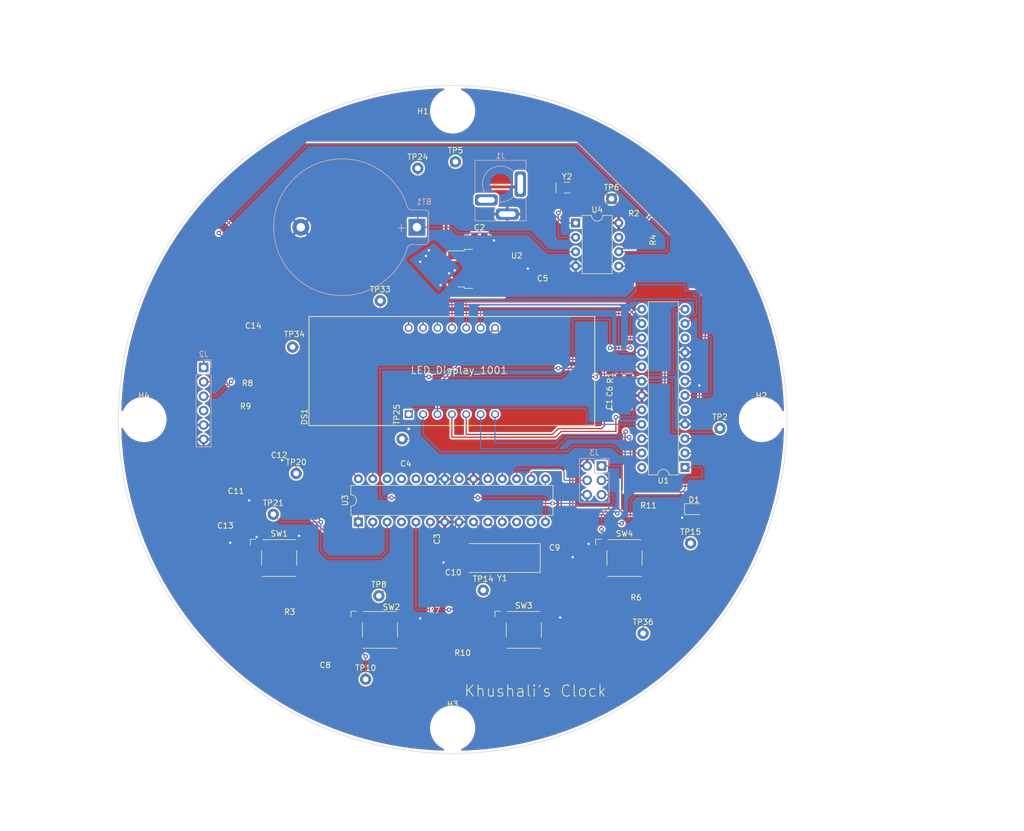
<source format=kicad_pcb>
(kicad_pcb (version 20211014) (generator pcbnew)
  (layers (0 "F.Cu" signal) (31 "B.Cu" signal) (34 "B.Paste" user) (35 "F.Paste" user) (36 "B.SilkS" user "B.Silkscreen") (37 "F.SilkS" user "F.Silkscreen") (38 "B.Mask" user) (39 "F.Mask" user) (44 "Edge.Cuts" user))
  (net 0 "")
  (net 1 "Net-(BT1-Pad1)")
  (net 2 "GND")
  (net 3 "VCC")
  (net 4 "Net-(J1-Pad1)")
  (net 5 "Net-(C4-Pad1)")
  (net 6 "Net-(C9-Pad1)")
  (net 7 "Net-(C10-Pad1)")
  (net 8 "RESET")
  (net 9 "Net-(C14-Pad2)")
  (net 10 "Net-(D1-Pad2)")
  (net 11 "Net-(DS1-Pad1)")
  (net 12 "Net-(DS1-Pad2)")
  (net 13 "Net-(DS1-Pad3)")
  (net 14 "Net-(DS1-Pad4)")
  (net 15 "Net-(DS1-Pad5)")
  (net 16 "DIG-0-L")
  (net 17 "COLON-L")
  (net 18 "Net-(DS1-Pad9)")
  (net 19 "DIG-1-L")
  (net 20 "DIG-2-L")
  (net 21 "Net-(DS1-Pad12)")
  (net 22 "Net-(DS1-Pad13)")
  (net 23 "DIG-3-L")
  (net 26 "Net-(J2-Pad3)")
  (net 27 "Net-(J2-Pad2)")
  (net 28 "Net-(R1-Pad2)")
  (net 29 "Net-(R3-Pad2)")
  (net 30 "SDA")
  (net 31 "SCL")
  (net 32 "Net-(R7-Pad2)")
  (net 33 "Uart_TX")
  (net 34 "Uart_RX")
  (net 35 "Net-(R10-Pad2)")
  (net 46 "Net-(U4-Pad1)")
  (net 47 "Net-(U4-Pad2)")
  (net 49 "MISO")
  (net 50 "LED_SCK")
  (net 51 "MOSI")
  (net 52 "DIS_DIN")
  (net 53 "DIS_CLK")
  (net 54 "DIS_LOAD")
  (footprint "footprints:MountingHole_3.2mm_M3" (layer "F.Cu") (at 95.5 100)
    (fp_text reference "H4")
    (fp_text value "MountingHole")
  )
  (footprint "footprints:TestPoint_THTPad_D2.0mm_Drill1.0mm" (layer "F.Cu") (at 155.3972 130.1496)
    (fp_text reference "TP14")
    (fp_text value "TestPoint")
  )
  (footprint "footprints:C_0805_2012Metric" (layer "F.Cu") (at 154.725 67.7418)
    (fp_text reference "C2")
    (fp_text value "C_0805_1uf")
  )
  (footprint "footprints:TestPoint_THTPad_D2.0mm_Drill1.0mm" (layer "F.Cu") (at 183.6166 137.7696)
    (fp_text reference "TP36")
    (fp_text value "TestPoint")
  )
  (footprint "footprints:R_0805_2012Metric" (layer "F.Cu") (at 182.665 68.3768)
    (fp_text reference "R4")
    (fp_text value "R_0805_4.7K")
  )
  (footprint "footprints:DIP-8_W7.62mm" (layer "F.Cu") (at 171.704 65.288)
    (fp_text reference "U4")
    (fp_text value "DS1307_DIP-8")
  )
  (footprint "footprints:SW_SPST_Omron_B3FS-100xP" (layer "F.Cu") (at 180.34 124.46)
    (fp_text reference "SW4")
    (fp_text value "Omron_B3F_SPST")
  )
  (footprint "footprints:R_0805_2012Metric" (layer "F.Cu") (at 184.57 116.84)
    (fp_text reference "R11")
    (fp_text value "R_0805_2.2K")
  )
  (footprint "footprints:DIP-28_W7.62mm" (layer "F.Cu") (at 133.36 118.1 90)
    (fp_text reference "U3")
    (fp_text value "ATmega328-PU")
  )
  (footprint "footprints:C_0805_2012Metric" (layer "F.Cu") (at 180.1622 94.996 180)
    (fp_text reference "C6")
    (fp_text value "C_0805_10uf")
  )
  (footprint "footprints:Crystal_SMD_2Pin_3.2x1.5mm" (layer "F.Cu") (at 170.18 59.055)
    (fp_text reference "Y2")
    (fp_text value "Crystal_32768Hz")
  )
  (footprint "footprints:C_0805_2012Metric" (layer "F.Cu") (at 141.732 106.172 180)
    (fp_text reference "C4")
    (fp_text value "C_0805_0.1uf")
  )
  (footprint "footprints:C_0805_2012Metric" (layer "F.Cu") (at 149.645 120.8532)
    (fp_text reference "C3")
    (fp_text value "C_0805_0.1uf")
  )
  (footprint "footprints:TestPoint_THTPad_D2.0mm_Drill1.0mm" (layer "F.Cu") (at 191.9986 121.8438)
    (fp_text reference "TP15")
    (fp_text value "TestPoint")
  )
  (footprint "footprints:Crystal_SMD_HC49-SD" (layer "F.Cu") (at 158.75 124.46 180)
    (fp_text reference "Y1")
    (fp_text value "Crystal_16MHz")
  )
  (footprint "footprints:R_0805_2012Metric" (layer "F.Cu") (at 151.765 142.875)
    (fp_text reference "R10")
    (fp_text value "R_0805_10K")
  )
  (footprint "footprints:R_0805_2012Metric" (layer "F.Cu") (at 146.812 132.08 180)
    (fp_text reference "R7")
    (fp_text value "R_0805_10K")
  )
  (footprint "footprints:TestPoint_THTPad_D2.0mm_Drill1.0mm" (layer "F.Cu") (at 118.3386 116.7384)
    (fp_text reference "TP21")
    (fp_text value "TestPoint")
  )
  (footprint "footprints:TestPoint_THTPad_D2.0mm_Drill1.0mm" (layer "F.Cu") (at 122.3772 109.5248)
    (fp_text reference "TP20")
    (fp_text value "TestPoint")
  )
  (footprint "footprints:TestPoint_THTPad_D2.0mm_Drill1.0mm" (layer "F.Cu") (at 134.6454 145.8722)
    (fp_text reference "TP10")
    (fp_text value "TestPoint")
  )
  (footprint "footprints:LED_0805_2012Metric" (layer "F.Cu") (at 192.6105 115.824)
    (fp_text reference "D1")
    (fp_text value "LED_0805")
  )
  (footprint "footprints:TestPoint_THTPad_D2.0mm_Drill1.0mm" (layer "F.Cu") (at 136.9822 131.1402)
    (fp_text reference "TP8")
    (fp_text value "TestPoint")
  )
  (footprint "footprints:SW_SPST_Omron_B3FS-100xP" (layer "F.Cu") (at 119.38 124.46)
    (fp_text reference "SW1")
    (fp_text value "Omron_B3F_SPST")
  )
  (footprint "footprints:C_0805_2012Metric" (layer "F.Cu") (at 111.76 114.3)
    (fp_text reference "C11")
    (fp_text value "C_0805_1uf")
  )
  (footprint "footprints:MountingHole_3.2mm_M3" (layer "F.Cu") (at 204.5 100)
    (fp_text reference "H2")
    (fp_text value "MountingHole")
  )
  (footprint "footprints:C_0805_2012Metric" (layer "F.Cu") (at 127.508 141.732 180)
    (fp_text reference "C8")
    (fp_text value "C_0805_1uf")
  )
  (footprint "footprints:R_0805_2012Metric" (layer "F.Cu") (at 182.3466 65.3288)
    (fp_text reference "R2")
    (fp_text value "R_0805_4.7K")
  )
  (footprint "footprints:SW_SPST_Omron_B3FS-100xP" (layer "F.Cu") (at 137.16 137.16)
    (fp_text reference "SW2")
    (fp_text value "Omron_B3F_SPST")
  )
  (footprint "footprints:MountingHole_3.2mm_M3" (layer "F.Cu") (at 150 154.5)
    (fp_text reference "H3")
    (fp_text value "MountingHole")
  )
  (footprint "footprints:SW_SPST_Omron_B3FS-100xP" (layer "F.Cu") (at 162.56 137.16)
    (fp_text reference "SW3")
    (fp_text value "Omron_B3F_SPST")
  )
  (footprint "footprints:TestPoint_THTPad_D2.0mm_Drill1.0mm" (layer "F.Cu") (at 197.1802 101.5492)
    (fp_text reference "TP2")
    (fp_text value "TestPoint")
  )
  (footprint "footprints:C_0805_2012Metric" (layer "F.Cu") (at 149.8092 124.3702 -90)
    (fp_text reference "C10")
    (fp_text value "C_0805_22pf")
  )
  (footprint "footprints:MountingHole_3.2mm_M3" (layer "F.Cu") (at 150 45.5)
    (fp_text reference "H1")
    (fp_text value "MountingHole")
  )
  (footprint "footprints:TestPoint_THTPad_D2.0mm_Drill1.0mm" (layer "F.Cu") (at 178.054 61.0108)
    (fp_text reference "TP6")
    (fp_text value "TestPoint")
  )
  (footprint "footprints:C_0805_2012Metric" (layer "F.Cu") (at 114.808 81.788 180)
    (fp_text reference "C14")
    (fp_text value "C_0805_0.1uf")
  )
  (footprint "footprints:TestPoint_THTPad_D2.0mm_Drill1.0mm" (layer "F.Cu") (at 143.8402 55.626)
    (fp_text reference "TP24")
    (fp_text value "TestPoint")
  )
  (footprint "footprints:TO-252-2" (layer "F.Cu") (at 154.515 73.4)
    (fp_text reference "U2")
    (fp_text value "L7805")
  )
  (footprint "footprints:R_0805_2012Metric" (layer "F.Cu") (at 180.252 92.7608)
    (fp_text reference "R1")
    (fp_text value "R_0805_22K")
  )
  (footprint "footprints:R_0805_2012Metric" (layer "F.Cu") (at 121.246 135.636)
    (fp_text reference "R3")
    (fp_text value "R_0805_10K")
  )
  (footprint "footprints:R_0805_2012Metric" (layer "F.Cu") (at 113.792 91.948 180)
    (fp_text reference "R8")
    (fp_text value "R_0805_47")
  )
  (footprint "footprints:R_0805_2012Metric" (layer "F.Cu") (at 182.372 133.096)
    (fp_text reference "R6")
    (fp_text value "R_0805_10K")
  )
  (footprint "footprints:TestPoint_THTPad_D2.0mm_Drill1.0mm" (layer "F.Cu") (at 121.7422 87.1982)
    (fp_text reference "TP34")
    (fp_text value "TestPoint")
  )
  (footprint "footprints:C_0805_2012Metric" (layer "F.Cu") (at 180.086 97.409 180)
    (fp_text reference "C1")
    (fp_text value "C_0805_0.1uf")
  )
  (footprint "footprints:Adafruit-1001-0-0-MFG" (layer "F.Cu") (at 149.86 91.44 90)
    (fp_text reference "DS1")
    (fp_text value "LED_Display_1001")
  )
  (footprint "footprints:C_0805_2012Metric" (layer "F.Cu") (at 109.894 120.396)
    (fp_text reference "C13")
    (fp_text value "C_0805_1uf")
  )
  (footprint "footprints:TestPoint_THTPad_D2.0mm_Drill1.0mm" (layer "F.Cu") (at 150.495 54.483)
    (fp_text reference "TP5")
    (fp_text value "TestPoint")
  )
  (footprint "footprints:DIP-24_W7.62mm" (layer "F.Cu") (at 191.008 108.463 180)
    (fp_text reference "U1")
    (fp_text value "MAX7219")
  )
  (footprint "footprints:C_0805_2012Metric" (layer "F.Cu") (at 119.38 104.648 180)
    (fp_text reference "C12")
    (fp_text value "C_0805_0.1uf")
  )
  (footprint "footprints:TestPoint_THTPad_D2.0mm_Drill1.0mm" (layer "F.Cu") (at 141.0716 103.4288)
    (fp_text reference "TP25")
    (fp_text value "TestPoint")
  )
  (footprint "footprints:C_0805_2012Metric" (layer "F.Cu") (at 162.9918 75.6412)
    (fp_text reference "C5")
    (fp_text value "C_0805_0.1uf")
  )
  (footprint "footprints:TestPoint_THTPad_D2.0mm_Drill1.0mm" (layer "F.Cu") (at 137.2362 79.0194)
    (fp_text reference "TP33")
    (fp_text value "TestPoint")
  )
  (footprint "footprints:R_0805_2012Metric" (layer "F.Cu") (at 113.45 96.012 180)
    (fp_text reference "R9")
    (fp_text value "R_0805_47")
  )
  (footprint "footprints:C_0805_2012Metric" (layer "F.Cu") (at 167.9956 124.2822)
    (fp_text reference "C9")
    (fp_text value "C_0805_22pf")
  )
  (footprint "footprints:PinHeader_2x03_P2.54mm_Vertical" (layer "B.Cu") (at 176.276 108.204 180)
    (fp_text reference "J3")
    (fp_text value "Conn_02x03_Odd_Even")
  )
  (footprint "footprints:Wurth-694106402002" (layer "B.Cu") (at 158.44 58.42 180)
    (fp_text reference "J1")
    (fp_text value "Power_inlet_vertical" hide)
  )
  (footprint "footprints:BatteryHolder_Keystone_106_1x20mm" (layer "B.Cu") (at 143.693686 66.040017 180)
    (fp_text reference "BT1")
    (fp_text value "Battery_Cell")
  )
  (footprint "footprints:PinHeader_1x06_P2.54mm_Vertical" (layer "B.Cu") (at 106.045 90.805 180)
    (fp_text reference "J2")
    (fp_text value "Conn_01x06")
  )
  (gr_circle locked (center 150 100) (end 209 100) (layer "Edge.Cuts") (width 0.1) (fill none))
  (gr_text "Khushali's Clock" (at 164.592 147.955) (layer "F.SilkS") (effects (font (size 2 2))))
  (segment (start 143.8402 65.893503) (end 143.693686 66.040017) (width 0.2032) (layer "F.Cu") (net 1))
  (segment (start 143.8402 55.626) (end 143.8402 65.893503) (width 0.2032) (layer "F.Cu") (net 1))
  (segment (start 143.693686 66.040017) (end 149.860017 66.040017) (width 0.2032) (layer "B.Cu") (net 1))
  (segment (start 150.876 67.056) (end 163.576 67.056) (width 0.2032) (layer "B.Cu") (net 1))
  (segment (start 149.860017 66.040017) (end 150.876 67.056) (width 0.2032) (layer "B.Cu") (net 1))
  (segment (start 166.888 70.368) (end 171.968 70.368) (width 0.2032) (layer "B.Cu") (net 1))
  (segment (start 163.576 67.056) (end 166.888 70.368) (width 0.2032) (layer "B.Cu") (net 1))
  (segment (start 149.8092 125.2202) (end 148.414 125.2202) (width 0.2032) (layer "F.Cu") (net 2))
  (segment (start 173.8376 122.1486) (end 174.0154 121.9708) (width 0.2032) (layer "F.Cu") (net 2))
  (segment (start 115.38 122.21) (end 115.38 120.7384) (width 0.2032) (layer "F.Cu") (net 2))
  (segment (start 126.658 141.412) (end 126.658 141.732) (width 0.2032) (layer "F.Cu") (net 2))
  (segment (start 141.224 108.204) (end 148.336 108.204) (width 0.2032) (layer "F.Cu") (net 2))
  (segment (start 179.3122 94.996) (end 179.3122 97.3328) (width 0.2032) (layer "F.Cu") (net 2))
  (segment (start 120.23 106.846) (end 120.23 104.648) (width 0.2032) (layer "F.Cu") (net 2))
  (segment (start 163.8418 73.9258) (end 163.2712 73.3552) (width 0.2032) (layer "F.Cu") (net 2))
  (segment (start 150.495 120.8532) (end 150.495 118.745) (width 0.2032) (layer "F.Cu") (net 2))
  (segment (start 150.495 118.745) (end 151.14 118.1) (width 0.2032) (layer "F.Cu") (net 2))
  (segment (start 168.9206 134.91) (end 168.9862 134.9756) (width 0.2032) (layer "F.Cu") (net 2))
  (segment (start 148.6 108.468) (end 148.6 110.48) (width 0.2032) (layer "F.Cu") (net 2))
  (segment (start 140.882 107.862) (end 141.224 108.204) (width 0.2032) (layer "F.Cu") (net 2))
  (segment (start 190.5 116.997) (end 190.5 117.348) (width 0.2032) (layer "F.Cu") (net 2))
  (segment (start 140.882 106.172) (end 140.882 107.862) (width 0.2032) (layer "F.Cu") (net 2))
  (segment (start 158.56 134.91) (end 166.56 134.91) (width 0.2032) (layer "F.Cu") (net 2))
  (segment (start 163.8418 75.6412) (end 163.8418 73.9258) (width 0.2032) (layer "F.Cu") (net 2))
  (segment (start 122.8852 120.5484) (end 122.8852 121.7152) (width 0.2032) (layer "F.Cu") (net 2))
  (segment (start 193.548 100.584) (end 193.289 100.843) (width 0.2032) (layer "F.Cu") (net 2))
  (segment (start 178.943 97.409) (end 178.1048 98.2472) (width 0.2032) (layer "F.Cu") (net 2))
  (segment (start 163.2264 73.4) (end 163.2712 73.3552) (width 0.2032) (layer "F.Cu") (net 2))
  (segment (start 119.888 107.188) (end 120.23 106.846) (width 0.2032) (layer "F.Cu") (net 2))
  (segment (start 133.16 134.91) (end 141.16 134.91) (width 0.2032) (layer "F.Cu") (net 2))
  (segment (start 141.16 134.91) (end 144.054 134.91) (width 0.2032) (layer "F.Cu") (net 2))
  (segment (start 144.054 134.91) (end 144.272 135.128) (width 0.2032) (layer "F.Cu") (net 2))
  (segment (start 148.414 125.2202) (end 148.3868 125.2474) (width 0.2032) (layer "F.Cu") (net 2))
  (segment (start 148.336 108.204) (end 148.6 108.468) (width 0.2032) (layer "F.Cu") (net 2))
  (segment (start 115.38 120.7384) (end 115.3922 120.7262) (width 0.2032) (layer "F.Cu") (net 2))
  (segment (start 133.16 134.91) (end 126.658 141.412) (width 0.2032) (layer "F.Cu") (net 2))
  (segment (start 166.56 134.91) (end 168.9206 134.91) (width 0.2032) (layer "F.Cu") (net 2))
  (segment (start 179.3122 97.3328) (end 179.236 97.409) (width 0.2032) (layer "F.Cu") (net 2))
  (segment (start 171.1706 124.2822) (end 171.196 124.3076) (width 0.2032) (layer "F.Cu") (net 2))
  (segment (start 112.61 114.3) (end 114.0714 114.3) (width 0.2032) (layer "F.Cu") (net 2))
  (segment (start 173.899 122.21) (end 173.8376 122.1486) (width 0.2032) (layer "F.Cu") (net 2))
  (segment (start 155.575 67.7418) (end 156.6672 67.7418) (width 0.2032) (layer "F.Cu") (net 2))
  (segment (start 191.673 115.824) (end 190.5 116.997) (width 0.2032) (layer "F.Cu") (net 2))
  (segment (start 156.6672 67.7418) (end 157.3022 68.3768) (width 0.2032) (layer "F.Cu") (net 2))
  (segment (start 110.744 120.396) (end 110.744 121.7676) (width 0.2032) (layer "F.Cu") (net 2))
  (segment (start 193.289 100.843) (end 191.008 100.843) (width 0.2032) (layer "F.Cu") (net 2))
  (segment (start 193.548 93.98) (end 193.548 100.584) (width 0.2032) (layer "F.Cu") (net 2))
  (segment (start 156.615003 73.400006) (end 163.226394 73.400006) (width 0.508) (layer "F.Cu") (net 2))
  (segment (start 176.34 122.21) (end 173.899 122.21) (width 0.2032) (layer "F.Cu") (net 2))
  (segment (start 179.236 97.409) (end 178.943 97.409) (width 0.2032) (layer "F.Cu") (net 2))
  (segment (start 168.8456 124.2822) (end 171.1706 124.2822) (width 0.2032) (layer "F.Cu") (net 2))
  (segment (start 122.8852 121.7152) (end 123.38 122.21) (width 0.2032) (layer "F.Cu") (net 2))
  (segment (start 176.34 122.21) (end 184.34 122.21) (width 0.2032) (layer "F.Cu") (net 2))
  (via (at 122.8852 120.5484) (size 0.8128) (drill 0.4064) (layers "F.Cu" "B.Cu") (net 2))
  (via (at 190.5 117.348) (size 0.8128) (drill 0.4064) (layers "F.Cu" "B.Cu") (net 2))
  (via (at 163.2712 73.3552) (size 0.8128) (drill 0.4064) (layers "F.Cu" "B.Cu") (net 2))
  (via (at 193.548 93.98) (size 0.8128) (drill 0.4064) (layers "F.Cu" "B.Cu") (net 2))
  (via (at 178.1048 98.2472) (size 0.8128) (drill 0.4064) (layers "F.Cu" "B.Cu") (net 2))
  (via (at 110.744 121.7676) (size 0.8128) (drill 0.4064) (layers "F.Cu" "B.Cu") (net 2))
  (via (at 171.196 124.3076) (size 0.8128) (drill 0.4064) (layers "F.Cu" "B.Cu") (net 2))
  (via (at 174.0154 121.9708) (size 0.8128) (drill 0.4064) (layers "F.Cu" "B.Cu") (net 2))
  (via (at 144.272 135.128) (size 0.8128) (drill 0.4064) (layers "F.Cu" "B.Cu") (net 2))
  (via (at 148.3868 125.2474) (size 0.8128) (drill 0.4064) (layers "F.Cu" "B.Cu") (net 2))
  (via (at 168.9862 134.9756) (size 0.8128) (drill 0.4064) (layers "F.Cu" "B.Cu") (net 2))
  (via (at 115.3922 120.7262) (size 0.8128) (drill 0.4064) (layers "F.Cu" "B.Cu") (net 2))
  (via (at 157.3022 68.3768) (size 0.8128) (drill 0.4064) (layers "F.Cu" "B.Cu") (net 2))
  (via (at 119.888 107.188) (size 0.8128) (drill 0.4064) (layers "F.Cu" "B.Cu") (net 2))
  (via (at 114.0714 114.3) (size 0.8128) (drill 0.4064) (layers "F.Cu" "B.Cu") (net 2))
  (via (at 144.272 72.136) (size 0.8128) (drill 0.4064) (layers "F.Cu" "B.Cu") (net 3))
  (via (at 149.352 74.189062) (size 0.8128) (drill 0.4064) (layers "F.Cu" "B.Cu") (net 3))
  (via (at 145.288 71.12) (size 0.8128) (drill 0.4064) (layers "F.Cu" "B.Cu") (net 3))
  (via (at 145.796 70.104) (size 0.8128) (drill 0.4064) (layers "F.Cu" "B.Cu") (net 3))
  (via (at 150.368 73.66) (size 0.8128) (drill 0.4064) (layers "F.Cu" "B.Cu") (net 3))
  (via (at 147.858048 76.263123) (size 0.8128) (drill 0.4064) (layers "F.Cu" "B.Cu") (net 3))
  (segment (start 148.844 68.072) (end 150.368 69.596) (width 0.508) (layer "F.Cu") (net 4))
  (segment (start 150.368 69.596) (end 150.368 70.612) (width 0.508) (layer "F.Cu") (net 4))
  (segment (start 152.2222 67.7418) (end 150.368 69.596) (width 0.2032) (layer "F.Cu") (net 4))
  (segment (start 148.844 58.928) (end 148.844 68.072) (width 0.508) (layer "F.Cu") (net 4))
  (segment (start 148.844 58.928) (end 161.432 58.928) (width 0.508) (layer "F.Cu") (net 4))
  (segment (start 153.875 67.7418) (end 152.2222 67.7418) (width 0.2032) (layer "F.Cu") (net 4))
  (segment (start 150.495 54.483) (end 148.844 56.134) (width 0.2032) (layer "F.Cu") (net 4))
  (segment (start 161.432 58.928) (end 161.94 58.42) (width 0.508) (layer "F.Cu") (net 4))
  (segment (start 148.844 56.134) (end 148.844 58.928) (width 0.2032) (layer "F.Cu") (net 4))
  (segment (start 142.582 103.5676) (end 142.582 106.172) (width 0.2032) (layer "F.Cu") (net 5))
  (segment (start 142.582 106.172) (end 145.288 106.172) (width 0.2032) (layer "F.Cu") (net 5))
  (segment (start 141.0716 103.4288) (end 142.4432 103.4288) (width 0.2032) (layer "F.Cu") (net 5))
  (segment (start 145.288 106.172) (end 146.812 107.696) (width 0.2032) (layer "F.Cu") (net 5))
  (segment (start 142.4432 103.4288) (end 142.582 103.5676) (width 0.2032) (layer "F.Cu") (net 5))
  (segment (start 146.812 107.696) (end 150.876 107.696) (width 0.2032) (layer "F.Cu") (net 5))
  (segment (start 151.14 107.96) (end 151.14 110.48) (width 0.2032) (layer "F.Cu") (net 5))
  (segment (start 150.876 107.696) (end 151.14 107.96) (width 0.2032) (layer "F.Cu") (net 5))
  (segment (start 163 124.46) (end 166.9678 124.46) (width 0.2032) (layer "F.Cu") (net 6))
  (segment (start 162.58 124.46) (end 156.22 118.1) (width 0.2032) (layer "F.Cu") (net 6))
  (segment (start 163 124.46) (end 162.58 124.46) (width 0.2032) (layer "F.Cu") (net 6))
  (segment (start 166.9678 124.46) (end 167.1456 124.2822) (width 0.2032) (layer "F.Cu") (net 6))
  (segment (start 154.5 124.46) (end 154.5 118.92) (width 0.2032) (layer "F.Cu") (net 7))
  (segment (start 149.992822 123.5202) (end 150.932622 124.46) (width 0.2032) (layer "F.Cu") (net 7))
  (segment (start 154.5 118.92) (end 153.68 118.1) (width 0.2032) (layer "F.Cu") (net 7))
  (segment (start 150.932622 124.46) (end 154.5 124.46) (width 0.2032) (layer "F.Cu") (net 7))
  (segment (start 149.8092 123.5202) (end 149.992822 123.5202) (width 0.2032) (layer "F.Cu") (net 7))
  (segment (start 115.658 87.21) (end 115.824 87.376) (width 0.2032) (layer "F.Cu") (net 8))
  (segment (start 187.96 119.888) (end 176.276 119.888) (width 0.2032) (layer "F.Cu") (net 8))
  (segment (start 133.36 118.1) (end 133.36 115.56) (width 0.2032) (layer "F.Cu") (net 8))
  (segment (start 117.856 87.376) (end 118.872 88.392) (width 0.2032) (layer "F.Cu") (net 8))
  (segment (start 184.34 131.978) (end 183.222 133.096) (width 0.2032) (layer "F.Cu") (net 8))
  (segment (start 187.96 124.46) (end 187.96 119.888) (width 0.2032) (layer "F.Cu") (net 8))
  (segment (start 134.112 114.808) (end 167.64 114.808) (width 0.2032) (layer "F.Cu") (net 8))
  (segment (start 129.032 119.888) (end 129.54 120.396) (width 0.2032) (layer "F.Cu") (net 8))
  (segment (start 129.032 107.188) (end 129.032 119.888) (width 0.2032) (layer "F.Cu") (net 8))
  (segment (start 183.6166 137.7696) (end 183.6166 133.4906) (width 0.2032) (layer "F.Cu") (net 8))
  (segment (start 184.34 126.71) (end 184.34 131.978) (width 0.2032) (layer "F.Cu") (net 8))
  (segment (start 129.54 120.396) (end 133.096 120.396) (width 0.2032) (layer "F.Cu") (net 8))
  (segment (start 133.096 120.396) (end 133.36 120.132) (width 0.2032) (layer "F.Cu") (net 8))
  (segment (start 118.872 88.392) (end 118.872 97.028) (width 0.2032) (layer "F.Cu") (net 8))
  (segment (start 118.872 97.028) (end 129.032 107.188) (width 0.2032) (layer "F.Cu") (net 8))
  (segment (start 115.658 81.788) (end 115.658 87.21) (width 0.2032) (layer "F.Cu") (net 8))
  (segment (start 133.36 120.132) (end 133.36 118.1) (width 0.2032) (layer "F.Cu") (net 8))
  (segment (start 176.34 126.71) (end 176.34 124.524) (width 0.2032) (layer "F.Cu") (net 8))
  (segment (start 176.276 124.46) (end 187.96 124.46) (width 0.2032) (layer "F.Cu") (net 8))
  (segment (start 183.6166 133.4906) (end 183.222 133.096) (width 0.2032) (layer "F.Cu") (net 8))
  (segment (start 115.824 87.376) (end 117.856 87.376) (width 0.2032) (layer "F.Cu") (net 8))
  (segment (start 133.36 115.56) (end 134.112 114.808) (width 0.2032) (layer "F.Cu") (net 8))
  (segment (start 176.34 124.524) (end 176.276 124.46) (width 0.2032) (layer "F.Cu") (net 8))
  (segment (start 176.276 119.888) (end 176.276 119.38) (width 0.2032) (layer "F.Cu") (net 8))
  (segment (start 176.34 126.71) (end 184.34 126.71) (width 0.2032) (layer "F.Cu") (net 8))
  (via (at 176.276 119.38) (size 0.8128) (drill 0.4064) (layers "F.Cu" "B.Cu") (net 8))
  (via (at 167.64 114.808) (size 0.8128) (drill 0.4064) (layers "F.Cu" "B.Cu") (net 8))
  (segment (start 167.64 114.808) (end 171.704 114.808) (width 0.2032) (layer "B.Cu") (net 8))
  (segment (start 178.308 113.284) (end 176.276 113.284) (width 0.2032) (layer "B.Cu") (net 8))
  (segment (start 171.704 114.808) (end 172.212 115.316) (width 0.2032) (layer "B.Cu") (net 8))
  (segment (start 178.308 114.808) (end 178.308 113.284) (width 0.2032) (layer "B.Cu") (net 8))
  (segment (start 176.276 119.38) (end 176.276 116.84) (width 0.2032) (layer "B.Cu") (net 8))
  (segment (start 176.276 116.84) (end 177.8 115.316) (width 0.2032) (layer "B.Cu") (net 8))
  (segment (start 177.8 115.316) (end 178.308 114.808) (width 0.2032) (layer "B.Cu") (net 8))
  (segment (start 172.212 115.316) (end 177.8 115.316) (width 0.2032) (layer "B.Cu") (net 8))
  (segment (start 106.045 89.701) (end 113.958 81.788) (width 0.2032) (layer "F.Cu") (net 9))
  (segment (start 106.045 90.805) (end 106.045 89.701) (width 0.2032) (layer "F.Cu") (net 9))
  (segment (start 193.548 118.364) (end 193.548 115.824) (width 0.2032) (layer "F.Cu") (net 10))
  (segment (start 185.42 116.84) (end 186.944 116.84) (width 0.2032) (layer "F.Cu") (net 10))
  (segment (start 188.468 118.364) (end 193.548 118.364) (width 0.2032) (layer "F.Cu") (net 10))
  (segment (start 186.944 116.84) (end 188.468 118.364) (width 0.2032) (layer "F.Cu") (net 10))
  (segment (start 142.24 99.06) (end 143.244311 98.055689) (width 0.2032) (layer "B.Cu") (net 11))
  (segment (start 143.244311 98.055689) (end 173.317911 98.055689) (width 0.2032) (layer "B.Cu") (net 11))
  (segment (start 173.317911 98.055689) (end 173.355 98.0186) (width 0.2032) (layer "B.Cu") (net 11))
  (segment (start 173.609 100.8634) (end 173.6294 100.843) (width 0.2032) (layer "B.Cu") (net 11))
  (segment (start 173.6294 100.843) (end 183.388 100.843) (width 0.2032) (layer "B.Cu") (net 11))
  (segment (start 173.355 98.0186) (end 173.609 98.2726) (width 0.2032) (layer "B.Cu") (net 11))
  (segment (start 173.609 98.2726) (end 173.609 100.8634) (width 0.2032) (layer "B.Cu") (net 11))
  (segment (start 178.308 104.648) (end 179.583 105.923) (width 0.2032) (layer "B.Cu") (net 12))
  (segment (start 144.78 99.06) (end 144.78 102.616) (width 0.2032) (layer "B.Cu") (net 12))
  (segment (start 147.828 105.664) (end 170.18 105.664) (width 0.2032) (layer "B.Cu") (net 12))
  (segment (start 179.583 105.923) (end 183.632 105.923) (width 0.2032) (layer "B.Cu") (net 12))
  (segment (start 170.18 105.664) (end 171.196 104.648) (width 0.2032) (layer "B.Cu") (net 12))
  (segment (start 171.196 104.648) (end 178.308 104.648) (width 0.2032) (layer "B.Cu") (net 12))
  (segment (start 144.78 102.616) (end 147.828 105.664) (width 0.2032) (layer "B.Cu") (net 12))
  (segment (start 186.685 103.383) (end 183.632 103.383) (width 0.2032) (layer "F.Cu") (net 13))
  (segment (start 157.48 83.82) (end 147.32 93.98) (width 0.2032) (layer "F.Cu") (net 13))
  (segment (start 147.32 93.98) (end 147.32 99.06) (width 0.2032) (layer "F.Cu") (net 13))
  (segment (start 187.452 89.408) (end 187.452 102.616) (width 0.2032) (layer "F.Cu") (net 13))
  (segment (start 187.452 102.616) (end 186.685 103.383) (width 0.2032) (layer "F.Cu") (net 13))
  (segment (start 163.068 89.408) (end 187.452 89.408) (width 0.2032) (layer "F.Cu") (net 13))
  (segment (start 157.48 83.82) (end 163.068 89.408) (width 0.2032) (layer "F.Cu") (net 13))
  (segment (start 169.164 102.108) (end 178.816 102.108) (width 0.2032) (layer "F.Cu") (net 14))
  (segment (start 168.148 103.124) (end 169.164 102.108) (width 0.2032) (layer "F.Cu") (net 14))
  (segment (start 149.86 103.124) (end 149.86 99.06) (width 0.2032) (layer "F.Cu") (net 14))
  (segment (start 178.816 102.108) (end 178.816 99.568) (width 0.2032) (layer "F.Cu") (net 14))
  (segment (start 149.86 103.124) (end 168.148 103.124) (width 0.2032) (layer "F.Cu") (net 14))
  (via (at 178.816 99.568) (size 0.8128) (drill 0.4064) (layers "F.Cu" "B.Cu") (net 14))
  (segment (start 182.113 98.303) (end 183.632 98.303) (width 0.2032) (layer "B.Cu") (net 14))
  (segment (start 181.864 98.552) (end 182.113 98.303) (width 0.2032) (layer "B.Cu") (net 14))
  (segment (start 181.864 99.568) (end 181.864 98.552) (width 0.2032) (layer "B.Cu") (net 14))
  (segment (start 178.816 99.568) (end 181.864 99.568) (width 0.2032) (layer "B.Cu") (net 14))
  (segment (start 152.4 102.616) (end 167.64 102.616) (width 0.2032) (layer "F.Cu") (net 15))
  (segment (start 177.033 90.683) (end 183.632 90.683) (width 0.2032) (layer "F.Cu") (net 15))
  (segment (start 176.784 101.092) (end 176.784 90.932) (width 0.2032) (layer "F.Cu") (net 15))
  (segment (start 176.276 101.6) (end 176.784 101.092) (width 0.2032) (layer "F.Cu") (net 15))
  (segment (start 168.656 101.6) (end 176.276 101.6) (width 0.2032) (layer "F.Cu") (net 15))
  (segment (start 167.64 102.616) (end 168.656 101.6) (width 0.2032) (layer "F.Cu") (net 15))
  (segment (start 152.4 99.06) (end 152.4 102.616) (width 0.2032) (layer "F.Cu") (net 15))
  (segment (start 176.784 90.932) (end 177.033 90.683) (width 0.2032) (layer "F.Cu") (net 15))
  (segment (start 142.748 78.232) (end 159.004 78.232) (width 0.2032) (layer "F.Cu") (net 16))
  (segment (start 142.24 83.82) (end 142.24 78.74) (width 0.2032) (layer "F.Cu") (net 16))
  (segment (start 193.289 93.223) (end 191.76 93.223) (width 0.2032) (layer "F.Cu") (net 16))
  (segment (start 192.024 74.676) (end 192.024 76.708) (width 0.2032) (layer "F.Cu") (net 16))
  (segment (start 159.004 78.232) (end 159.004 77.724) (width 0.2032) (layer "F.Cu") (net 16))
  (segment (start 166.624 76.2) (end 181.864 76.2) (width 0.2032) (layer "F.Cu") (net 16))
  (segment (start 194.564 91.948) (end 193.289 93.223) (width 0.2032) (layer "F.Cu") (net 16))
  (segment (start 181.864 76.2) (end 181.864 74.676) (width 0.2032) (layer "F.Cu") (net 16))
  (segment (start 181.864 74.676) (end 192.024 74.676) (width 0.2032) (layer "F.Cu") (net 16))
  (segment (start 142.24 78.74) (end 142.748 78.232) (width 0.2032) (layer "F.Cu") (net 16))
  (segment (start 193.04 76.708) (end 194.564 78.232) (width 0.2032) (layer "F.Cu") (net 16))
  (segment (start 192.024 76.708) (end 193.04 76.708) (width 0.2032) (layer "F.Cu") (net 16))
  (segment (start 159.004 77.724) (end 165.1 77.724) (width 0.2032) (layer "F.Cu") (net 16))
  (segment (start 165.1 77.724) (end 166.624 76.2) (width 0.2032) (layer "F.Cu") (net 16))
  (segment (start 194.564 78.232) (end 194.564 91.948) (width 0.2032) (layer "F.Cu") (net 16))
  (segment (start 196.088 104.14) (end 195.331 103.383) (width 0.2032) (layer "F.Cu") (net 17))
  (segment (start 196.088 112.268) (end 196.088 104.14) (width 0.2032) (layer "F.Cu") (net 17))
  (segment (start 195.58 112.776) (end 196.088 112.268) (width 0.2032) (layer "F.Cu") (net 17))
  (segment (start 180.442589 112.673411) (end 180.34 112.776) (width 0.2032) (layer "F.Cu") (net 17))
  (segment (start 180.5427 102.108) (end 180.442589 102.208111) (width 0.2032) (layer "F.Cu") (net 17))
  (segment (start 180.442589 102.208111) (end 180.442589 112.673411) (width 0.2032) (layer "F.Cu") (net 17))
  (segment (start 180.34 112.776) (end 195.58 112.776) (width 0.2032) (layer "F.Cu") (net 17))
  (segment (start 195.331 103.383) (end 191.252 103.383) (width 0.2032) (layer "F.Cu") (net 17))
  (via (at 180.5427 102.108) (size 0.8128) (drill 0.4064) (layers "F.Cu" "B.Cu") (net 17))
  (segment (start 157.48 104.14) (end 168.148 104.14) (width 0.2032) (layer "B.Cu") (net 17))
  (segment (start 180.0347 102.616) (end 180.5427 102.108) (width 0.2032) (layer "B.Cu") (net 17))
  (segment (start 157.48 99.06) (end 157.48 104.14) (width 0.2032) (layer "B.Cu") (net 17))
  (segment (start 168.148 104.14) (end 169.672 102.616) (width 0.2032) (layer "B.Cu") (net 17))
  (segment (start 169.672 102.616) (end 180.0347 102.616) (width 0.2032) (layer "B.Cu") (net 17))
  (segment (start 179.324 87.884) (end 179.583 88.143) (width 0.2032) (layer "B.Cu") (net 18))
  (segment (start 154.94 83.82) (end 154.94 80.264) (width 0.2032) (layer "B.Cu") (net 18))
  (segment (start 154.94 80.264) (end 179.324 80.264) (width 0.2032) (layer "B.Cu") (net 18))
  (segment (start 179.324 80.264) (end 179.324 87.884) (width 0.2032) (layer "B.Cu") (net 18))
  (segment (start 179.583 88.143) (end 183.632 88.143) (width 0.2032) (layer "B.Cu") (net 18))
  (segment (start 195.58 95.504) (end 195.321 95.763) (width 0.2032) (layer "B.Cu") (net 19))
  (segment (start 149.86 78.74) (end 180.848 78.74) (width 0.2032) (layer "B.Cu") (net 19))
  (segment (start 182.372 76.2) (end 191.008 76.2) (width 0.2032) (layer "B.Cu") (net 19))
  (segment (start 149.86 78.74) (end 149.86 83.82) (width 0.2032) (layer "B.Cu") (net 19))
  (segment (start 193.548 85.344) (end 195.58 85.344) (width 0.2032) (layer "B.Cu") (net 19))
  (segment (start 191.008 76.2) (end 191.008 77.216) (width 0.2032) (layer "B.Cu") (net 19))
  (segment (start 195.321 95.763) (end 191.76 95.763) (width 0.2032) (layer "B.Cu") (net 19))
  (segment (start 192.532 77.216) (end 192.532 78.232) (width 0.2032) (layer "B.Cu") (net 19))
  (segment (start 191.008 77.216) (end 192.532 77.216) (width 0.2032) (layer "B.Cu") (net 19))
  (segment (start 180.848 78.74) (end 182.372 77.216) (width 0.2032) (layer "B.Cu") (net 19))
  (segment (start 195.58 85.344) (end 195.58 95.504) (width 0.2032) (layer "B.Cu") (net 19))
  (segment (start 192.532 78.232) (end 193.548 78.232) (width 0.2032) (layer "B.Cu") (net 19))
  (segment (start 182.372 77.216) (end 182.372 76.2) (width 0.2032) (layer "B.Cu") (net 19))
  (segment (start 193.548 78.232) (end 193.548 85.344) (width 0.2032) (layer "B.Cu") (net 19))
  (segment (start 152.4 79.14592) (end 181.016138 79.14592) (width 0.2032) (layer "B.Cu") (net 20))
  (segment (start 181.422058 78.74) (end 193.04 78.74) (width 0.2032) (layer "B.Cu") (net 20))
  (segment (start 193.04 81.275) (end 191.252 83.063) (width 0.2032) (layer "B.Cu") (net 20))
  (segment (start 181.016138 79.14592) (end 181.422058 78.74) (width 0.2032) (layer "B.Cu") (net 20))
  (segment (start 193.04 78.74) (end 193.04 81.275) (width 0.2032) (layer "B.Cu") (net 20))
  (segment (start 152.4 83.82) (end 152.4 79.14592) (width 0.2032) (layer "B.Cu") (net 20))
  (segment (start 180.34 81.28) (end 180.34 85.344) (width 0.2032) (layer "F.Cu") (net 21))
  (segment (start 180.599 85.603) (end 183.632 85.603) (width 0.2032) (layer "F.Cu") (net 21))
  (segment (start 147.32 83.82) (end 147.32 81.28) (width 0.2032) (layer "F.Cu") (net 21))
  (segment (start 147.32 81.28) (end 180.34 81.28) (width 0.2032) (layer "F.Cu") (net 21))
  (segment (start 180.34 85.344) (end 180.599 85.603) (width 0.2032) (layer "F.Cu") (net 21))
  (segment (start 180.325 79.756) (end 183.632 83.063) (width 0.2032) (layer "F.Cu") (net 22))
  (segment (start 144.78 83.82) (end 144.78 79.756) (width 0.2032) (layer "F.Cu") (net 22))
  (segment (start 144.78 79.756) (end 180.325 79.756) (width 0.2032) (layer "F.Cu") (net 22))
  (segment (start 181.1533 103.124) (end 181.356 103.3267) (width 0.2032) (layer "F.Cu") (net 23))
  (segment (start 181.356 103.3267) (end 181.356 111.76) (width 0.2032) (layer "F.Cu") (net 23))
  (segment (start 195.072 106.172) (end 194.823 105.923) (width 0.2032) (layer "F.Cu") (net 23))
  (segment (start 194.823 105.923) (end 191.252 105.923) (width 0.2032) (layer "F.Cu") (net 23))
  (segment (start 181.356 111.76) (end 195.072 111.76) (width 0.2032) (layer "F.Cu") (net 23))
  (segment (start 195.072 111.76) (end 195.072 106.172) (width 0.2032) (layer "F.Cu") (net 23))
  (via (at 181.1533 103.124) (size 0.8128) (drill 0.4064) (layers "F.Cu" "B.Cu") (net 23))
  (segment (start 168.148 105.156) (end 170.18 103.124) (width 0.2032) (layer "B.Cu") (net 23))
  (segment (start 170.18 103.124) (end 180.848 103.124) (width 0.2032) (layer "B.Cu") (net 23))
  (segment (start 180.848 103.124) (end 181.1533 103.124) (width 0.2032) (layer "B.Cu") (net 23))
  (segment (start 154.94 99.06) (end 154.94 105.156) (width 0.2032) (layer "B.Cu") (net 23))
  (segment (start 154.94 105.156) (end 168.148 105.156) (width 0.2032) (layer "B.Cu") (net 23))
  (segment (start 112.268 91.948) (end 110.904541 93.311459) (width 0.2032) (layer "F.Cu") (net 26))
  (segment (start 112.942 91.948) (end 112.268 91.948) (width 0.2032) (layer "F.Cu") (net 26))
  (via (at 110.904541 93.311459) (size 0.8128) (drill 0.4064) (layers "F.Cu" "B.Cu") (net 26))
  (segment (start 108.331 95.885) (end 106.045 95.885) (width 0.2032) (layer "B.Cu") (net 26))
  (segment (start 110.904541 93.311459) (end 108.331 95.885) (width 0.2032) (layer "B.Cu") (net 26))
  (segment (start 106.045 93.345) (end 109.933 93.345) (width 0.2032) (layer "F.Cu") (net 27))
  (segment (start 109.933 93.345) (end 112.6 96.012) (width 0.2032) (layer "F.Cu") (net 27))
  (segment (start 181.102 92.7608) (end 182.9258 92.7608) (width 0.2032) (layer "F.Cu") (net 28))
  (segment (start 182.9258 92.7608) (end 183.388 93.223) (width 0.2032) (layer "F.Cu") (net 28))
  (segment (start 188.7728 93.218) (end 188.7678 93.223) (width 0.2032) (layer "B.Cu") (net 28))
  (segment (start 188.7678 93.223) (end 183.388 93.223) (width 0.2032) (layer "B.Cu") (net 28))
  (segment (start 188.943489 102.278689) (end 188.7728 102.108) (width 0.2032) (layer "B.Cu") (net 28))
  (segment (start 188.7728 102.108) (end 188.7728 93.218) (width 0.2032) (layer "B.Cu") (net 28))
  (segment (start 197.1802 101.5492) (end 196.450711 102.278689) (width 0.2032) (layer "B.Cu") (net 28))
  (segment (start 196.450711 102.278689) (end 188.943489 102.278689) (width 0.2032) (layer "B.Cu") (net 28))
  (segment (start 158.76 116.068) (end 158.76 118.1) (width 0.2032) (layer "F.Cu") (net 29))
  (segment (start 123.38 134.352) (end 122.096 135.636) (width 0.2032) (layer "F.Cu") (net 29))
  (segment (start 159.004 115.824) (end 158.76 116.068) (width 0.2032) (layer "F.Cu") (net 29))
  (segment (start 142.415689 125.300311) (end 142.415689 115.999689) (width 0.2032) (layer "F.Cu") (net 29))
  (segment (start 141.006 126.71) (end 142.415689 125.300311) (width 0.2032) (layer "F.Cu") (net 29))
  (segment (start 142.415689 115.999689) (end 142.24 115.824) (width 0.2032) (layer "F.Cu") (net 29))
  (segment (start 142.24 115.824) (end 159.004 115.824) (width 0.2032) (layer "F.Cu") (net 29))
  (segment (start 123.38 126.71) (end 123.38 134.352) (width 0.2032) (layer "F.Cu") (net 29))
  (segment (start 136.9822 131.1402) (end 141.006 127.1164) (width 0.2032) (layer "F.Cu") (net 29))
  (segment (start 123.38 126.71) (end 141.006 126.71) (width 0.2032) (layer "F.Cu") (net 29))
  (segment (start 115.38 126.71) (end 123.38 126.71) (width 0.2032) (layer "F.Cu") (net 29))
  (segment (start 141.006 127.1164) (end 141.006 126.71) (width 0.2032) (layer "F.Cu") (net 29))
  (segment (start 185.1914 63.8048) (end 185.2168 63.8048) (width 0.2032) (layer "F.Cu") (net 30))
  (segment (start 135.9 105.078) (end 135.47 104.648) (width 0.2032) (layer "F.Cu") (net 30))
  (segment (start 172.212 50.8) (end 185.2168 63.8048) (width 0.2032) (layer "F.Cu") (net 30))
  (segment (start 183.6674 65.3288) (end 185.1914 63.8048) (width 0.2032) (layer "F.Cu") (net 30))
  (segment (start 185.2168 63.8048) (end 191.516 70.104) (width 0.2032) (layer "F.Cu") (net 30))
  (segment (start 108.712 63.5) (end 121.412 50.8) (width 0.2032) (layer "F.Cu") (net 30))
  (segment (start 135.47 90.258) (end 108.712 63.5) (width 0.2032) (layer "F.Cu") (net 30))
  (segment (start 135.47 104.648) (end 135.47 90.258) (width 0.2032) (layer "F.Cu") (net 30))
  (segment (start 183.1966 65.3288) (end 183.6674 65.3288) (width 0.2032) (layer "F.Cu") (net 30))
  (segment (start 191.516 70.104) (end 188.712 72.908) (width 0.2032) (layer "F.Cu") (net 30))
  (segment (start 121.412 50.8) (end 172.212 50.8) (width 0.2032) (layer "F.Cu") (net 30))
  (segment (start 137.5918 85.4456) (end 137.5918 88.1362) (width 0.2032) (layer "F.Cu") (net 30))
  (segment (start 137.5918 88.1362) (end 135.47 90.258) (width 0.2032) (layer "F.Cu") (net 30))
  (segment (start 137.2362 85.09) (end 137.2362 79.0194) (width 0.2032) (layer "F.Cu") (net 30))
  (segment (start 188.712 72.908) (end 179.588 72.908) (width 0.2032) (layer "F.Cu") (net 30))
  (segment (start 137.5918 85.4456) (end 137.2362 85.09) (width 0.2032) (layer "F.Cu") (net 30))
  (segment (start 135.9 110.48) (end 135.9 105.078) (width 0.2032) (layer "F.Cu") (net 30))
  (segment (start 130.556 107.676) (end 130.556 88.9) (width 0.2032) (layer "F.Cu") (net 31))
  (segment (start 126.0348 88.9) (end 130.556 88.9) (width 0.2032) (layer "F.Cu") (net 31))
  (segment (start 130.556 88.9) (end 108.712 67.056) (width 0.2032) (layer "F.Cu") (net 31))
  (segment (start 133.36 110.48) (end 130.556 107.676) (width 0.2032) (layer "F.Cu") (net 31))
  (segment (start 183.515 68.5018) (end 182.2176 69.7992) (width 0.2032) (layer "F.Cu") (net 31))
  (segment (start 121.7422 87.1982) (end 124.333 87.1982) (width 0.2032) (layer "F.Cu") (net 31))
  (segment (start 179.8928 69.7992) (end 179.324 70.368) (width 0.2032) (layer "F.Cu") (net 31))
  (segment (start 124.333 87.1982) (end 126.0348 88.9) (width 0.2032) (layer "F.Cu") (net 31))
  (segment (start 183.515 68.3768) (end 183.515 68.5018) (width 0.2032) (layer "F.Cu") (net 31))
  (segment (start 182.2176 69.7992) (end 179.8928 69.7992) (width 0.2032) (layer "F.Cu") (net 31))
  (via (at 108.712 67.056) (size 0.8128) (drill 0.4064) (layers "F.Cu" "B.Cu") (net 31))
  (segment (start 124.46 51.308) (end 171.704 51.308) (width 0.2032) (layer "B.Cu") (net 31))
  (segment (start 187.96 67.564) (end 187.96 70.104) (width 0.2032) (layer "B.Cu") (net 31))
  (segment (start 171.704 51.308) (end 187.96 67.564) (width 0.2032) (layer "B.Cu") (net 31))
  (segment (start 108.712 67.056) (end 124.46 51.308) (width 0.2032) (layer "B.Cu") (net 31))
  (segment (start 187.696 70.368) (end 179.588 70.368) (width 0.2032) (layer "B.Cu") (net 31))
  (segment (start 187.96 70.104) (end 187.696 70.368) (width 0.2032) (layer "B.Cu") (net 31))
  (segment (start 145.962 132.08) (end 145.962 118.198) (width 0.2032) (layer "F.Cu") (net 32))
  (segment (start 145.962 134.608) (end 141.16 139.41) (width 0.2032) (layer "F.Cu") (net 32))
  (segment (start 145.962 132.08) (end 145.962 134.608) (width 0.2032) (layer "F.Cu") (net 32))
  (segment (start 134.6454 141.859) (end 133.16 140.3736) (width 0.2032) (layer "F.Cu") (net 32))
  (segment (start 145.962 118.198) (end 146.06 118.1) (width 0.2032) (layer "F.Cu") (net 32))
  (segment (start 133.16 140.3736) (end 133.16 139.41) (width 0.2032) (layer "F.Cu") (net 32))
  (segment (start 133.16 139.41) (end 141.16 139.41) (width 0.2032) (layer "F.Cu") (net 32))
  (via (at 134.6454 141.859) (size 0.8128) (drill 0.4064) (layers "F.Cu" "B.Cu") (net 32))
  (segment (start 134.6454 142.0114) (end 134.6454 141.859) (width 0.2032) (layer "B.Cu") (net 32))
  (segment (start 134.6454 145.8722) (end 134.6454 142.0114) (width 0.2032) (layer "B.Cu") (net 32))
  (segment (start 126.492 118.297942) (end 126.525029 118.330971) (width 0.2032) (layer "F.Cu") (net 33))
  (segment (start 116.84 96.012) (end 116.84 97.028) (width 0.2032) (layer "F.Cu") (net 33))
  (segment (start 126.740541 118.115459) (end 126.558058 118.297942) (width 0.2032) (layer "F.Cu") (net 33))
  (segment (start 126.558058 118.297942) (end 126.492 118.297942) (width 0.2032) (layer "F.Cu") (net 33))
  (segment (start 114.642 93.814) (end 116.84 96.012) (width 0.2032) (layer "F.Cu") (net 33))
  (segment (start 116.84 97.028) (end 126.492 106.68) (width 0.2032) (layer "F.Cu") (net 33))
  (segment (start 114.642 91.948) (end 114.642 93.814) (width 0.2032) (layer "F.Cu") (net 33))
  (segment (start 126.492 106.68) (end 126.492 118.297942) (width 0.2032) (layer "F.Cu") (net 33))
  (via (at 126.740541 118.115459) (size 0.8128) (drill 0.4064) (layers "F.Cu" "B.Cu") (net 33))
  (segment (start 137.16 124.46) (end 138.44 123.18) (width 0.2032) (layer "B.Cu") (net 33))
  (segment (start 126.740541 118.115459) (end 126.740541 123.184541) (width 0.2032) (layer "B.Cu") (net 33))
  (segment (start 118.3386 116.7384) (end 119.715659 118.115459) (width 0.2032) (layer "B.Cu") (net 33))
  (segment (start 128.016 124.46) (end 137.16 124.46) (width 0.2032) (layer "B.Cu") (net 33))
  (segment (start 126.740541 123.184541) (end 128.016 124.46) (width 0.2032) (layer "B.Cu") (net 33))
  (segment (start 119.715659 118.115459) (end 126.740541 118.115459) (width 0.2032) (layer "B.Cu") (net 33))
  (segment (start 138.44 123.18) (end 138.44 118.1) (width 0.2032) (layer "B.Cu") (net 33))
  (segment (start 123.3424 106.7308) (end 124.968 106.7308) (width 0.2032) (layer "F.Cu") (net 34))
  (segment (start 135.636 122.428) (end 135.9 122.164) (width 0.2032) (layer "F.Cu") (net 34))
  (segment (start 122.3772 109.5248) (end 122.3772 107.696) (width 0.2032) (layer "F.Cu") (net 34))
  (segment (start 135.9 122.164) (end 135.9 118.1) (width 0.2032) (layer "F.Cu") (net 34))
  (segment (start 130.048 122.428) (end 135.636 122.428) (width 0.2032) (layer "F.Cu") (net 34))
  (segment (start 122.3772 107.696) (end 123.3424 106.7308) (width 0.2032) (layer "F.Cu") (net 34))
  (segment (start 114.3 96.012) (end 124.968 106.68) (width 0.2032) (layer "F.Cu") (net 34))
  (segment (start 124.968 106.68) (end 124.968 106.7308) (width 0.2032) (layer "F.Cu") (net 34))
  (segment (start 124.968 106.7308) (end 124.968 117.348) (width 0.2032) (layer "F.Cu") (net 34))
  (segment (start 124.968 117.348) (end 130.048 122.428) (width 0.2032) (layer "F.Cu") (net 34))
  (segment (start 155.3972 130.1496) (end 156.591 131.3434) (width 0.2032) (layer "F.Cu") (net 35))
  (segment (start 149.46792 133.48808) (end 149.352 133.604) (width 0.2032) (layer "F.Cu") (net 35))
  (segment (start 156.591 131.3434) (end 156.591 132.97708) (width 0.2032) (layer "F.Cu") (net 35))
  (segment (start 158.56 139.41) (end 166.56 139.41) (width 0.2032) (layer "F.Cu") (net 35))
  (segment (start 156.08 133.48808) (end 149.46792 133.48808) (width 0.2032) (layer "F.Cu") (net 35))
  (segment (start 156.08 139.41) (end 152.615 142.875) (width 0.2032) (layer "F.Cu") (net 35))
  (segment (start 156.08 139.41) (end 156.08 133.48808) (width 0.2032) (layer "F.Cu") (net 35))
  (segment (start 156.591 132.97708) (end 156.08 133.48808) (width 0.2032) (layer "F.Cu") (net 35))
  (segment (start 158.56 139.41) (end 156.08 139.41) (width 0.2032) (layer "F.Cu") (net 35))
  (via (at 149.352 133.604) (size 0.8128) (drill 0.4064) (layers "F.Cu" "B.Cu") (net 35))
  (segment (start 143.52 118.1) (end 143.52 133.36) (width 0.2032) (layer "B.Cu") (net 35))
  (segment (start 143.52 133.36) (end 143.764 133.604) (width 0.2032) (layer "B.Cu") (net 35))
  (segment (start 143.764 133.604) (end 149.352 133.604) (width 0.2032) (layer "B.Cu") (net 35))
  (segment (start 169.428 65.288) (end 167.64 63.5) (width 0.2032) (layer "F.Cu") (net 46))
  (segment (start 171.968 65.288) (end 169.428 65.288) (width 0.2032) (layer "F.Cu") (net 46))
  (segment (start 167.64 63.5) (end 167.64 60.345) (width 0.2032) (layer "F.Cu") (net 46))
  (segment (start 167.64 60.345) (end 168.93 59.055) (width 0.2032) (layer "F.Cu") (net 46))
  (segment (start 171.43 59.055) (end 171.43 60.726) (width 0.2032) (layer "F.Cu") (net 47))
  (segment (start 171.43 60.726) (end 168.656 63.5) (width 0.2032) (layer "F.Cu") (net 47))
  (via (at 168.656 63.5) (size 0.8128) (drill 0.4064) (layers "F.Cu" "B.Cu") (net 47))
  (segment (start 168.656 63.5) (end 168.656 67.564) (width 0.2032) (layer "B.Cu") (net 47))
  (segment (start 168.656 67.564) (end 168.92 67.828) (width 0.2032) (layer "B.Cu") (net 47))
  (segment (start 168.92 67.828) (end 171.968 67.828) (width 0.2032) (layer "B.Cu") (net 47))
  (segment (start 178.308 116.332) (end 178.826918 116.332) (width 0.2032) (layer "F.Cu") (net 49))
  (segment (start 158.76 107.94) (end 159.004 107.696) (width 0.2032) (layer "F.Cu") (net 49))
  (segment (start 170.18 109.22) (end 170.688 109.22) (width 0.2032) (layer "F.Cu") (net 49))
  (segment (start 159.004 107.696) (end 169.672 107.696) (width 0.2032) (layer "F.Cu") (net 49))
  (segment (start 178.826918 116.332) (end 179.075459 116.580541) (width 0.2032) (layer "F.Cu") (net 49))
  (segment (start 178.308 116.332) (end 178.816 116.332) (width 0.2032) (layer "F.Cu") (net 49))
  (segment (start 170.688 109.22) (end 170.688 116.332) (width 0.2032) (layer "F.Cu") (net 49))
  (segment (start 170.18 108.204) (end 170.18 109.22) (width 0.2032) (layer "F.Cu") (net 49))
  (segment (start 169.672 107.696) (end 170.18 108.204) (width 0.2032) (layer "F.Cu") (net 49))
  (segment (start 170.688 116.332) (end 178.308 116.332) (width 0.2032) (layer "F.Cu") (net 49))
  (segment (start 158.76 110.48) (end 158.76 107.94) (width 0.2032) (layer "F.Cu") (net 49))
  (via (at 179.075459 116.580541) (size 0.8128) (drill 0.4064) (layers "F.Cu" "B.Cu") (net 49))
  (segment (start 179.832 108.204) (end 176.276 108.204) (width 0.2032) (layer "B.Cu") (net 49))
  (segment (start 179.832 115.824) (end 179.832 108.204) (width 0.2032) (layer "B.Cu") (net 49))
  (segment (start 179.075459 116.580541) (end 179.832 115.824) (width 0.2032) (layer "B.Cu") (net 49))
  (segment (start 183.7436 119.253) (end 183.7182 119.2276) (width 0.2032) (layer "F.Cu") (net 50))
  (segment (start 170.688 108.712) (end 171.196 108.712) (width 0.2032) (layer "F.Cu") (net 50))
  (segment (start 156.22 107.432) (end 156.464 107.188) (width 0.2032) (layer "F.Cu") (net 50))
  (segment (start 183.7182 119.2276) (end 183.72 119.2258) (width 0.2032) (layer "F.Cu") (net 50))
  (segment (start 170.688 107.696) (end 170.688 108.712) (width 0.2032) (layer "F.Cu") (net 50))
  (segment (start 156.464 107.188) (end 170.18 107.188) (width 0.2032) (layer "F.Cu") (net 50))
  (segment (start 189.4332 119.253) (end 183.7436 119.253) (width 0.2032) (layer "F.Cu") (net 50))
  (segment (start 179.324 115.824) (end 180.34 116.84) (width 0.2032) (layer "F.Cu") (net 50))
  (segment (start 156.22 110.48) (end 156.22 107.432) (width 0.2032) (layer "F.Cu") (net 50))
  (segment (start 170.18 107.188) (end 170.688 107.696) (width 0.2032) (layer "F.Cu") (net 50))
  (segment (start 171.196 115.824) (end 179.324 115.824) (width 0.2032) (layer "F.Cu") (net 50))
  (segment (start 183.72 119.2258) (end 183.72 116.84) (width 0.2032) (layer "F.Cu") (net 50))
  (segment (start 171.196 108.712) (end 171.196 115.824) (width 0.2032) (layer "F.Cu") (net 50))
  (segment (start 179.324 110.744) (end 176.276 110.744) (width 0.2032) (layer "F.Cu") (net 50))
  (segment (start 180.34 116.84) (end 183.72 116.84) (width 0.2032) (layer "F.Cu") (net 50))
  (segment (start 189.8142 119.634) (end 189.4332 119.253) (width 0.2032) (layer "F.Cu") (net 50))
  (segment (start 189.8142 119.6594) (end 189.8142 119.634) (width 0.2032) (layer "F.Cu") (net 50))
  (segment (start 191.9986 121.8438) (end 189.8142 119.6594) (width 0.2032) (layer "F.Cu") (net 50))
  (segment (start 179.324 115.824) (end 179.324 110.744) (width 0.2032) (layer "F.Cu") (net 50))
  (segment (start 169.672 110.744) (end 173.736 110.744) (width 0.2032) (layer "B.Cu") (net 51))
  (segment (start 161.3 108.956) (end 161.544 108.712) (width 0.2032) (layer "B.Cu") (net 51))
  (segment (start 169.164 108.712) (end 169.672 109.22) (width 0.2032) (layer "B.Cu") (net 51))
  (segment (start 161.544 108.712) (end 169.164 108.712) (width 0.2032) (layer "B.Cu") (net 51))
  (segment (start 161.3 110.48) (end 161.3 108.956) (width 0.2032) (layer "B.Cu") (net 51))
  (segment (start 169.672 109.22) (end 169.672 110.744) (width 0.2032) (layer "B.Cu") (net 51))
  (segment (start 169.164 116.84) (end 177.8 116.84) (width 0.2032) (layer "F.Cu") (net 52))
  (segment (start 163.84 109.464) (end 164.084 109.22) (width 0.2032) (layer "F.Cu") (net 52))
  (segment (start 169.164 109.22) (end 169.164 116.84) (width 0.2032) (layer "F.Cu") (net 52))
  (segment (start 177.8 118.364) (end 179.832 118.364) (width 0.2032) (layer "F.Cu") (net 52))
  (segment (start 177.8 116.84) (end 177.8 118.364) (width 0.2032) (layer "F.Cu") (net 52))
  (segment (start 164.084 109.22) (end 169.164 109.22) (width 0.2032) (layer "F.Cu") (net 52))
  (segment (start 163.84 110.48) (end 163.84 109.464) (width 0.2032) (layer "F.Cu") (net 52))
  (via (at 179.832 118.364) (size 0.8128) (drill 0.4064) (layers "F.Cu" "B.Cu") (net 52))
  (segment (start 194.056 108.712) (end 193.807 108.463) (width 0.2032) (layer "B.Cu") (net 52))
  (segment (start 191.008 110.744) (end 191.516 110.236) (width 0.2032) (layer "B.Cu") (net 52))
  (segment (start 179.832 118.364) (end 180.34 117.856) (width 0.2032) (layer "B.Cu") (net 52))
  (segment (start 180.34 117.856) (end 180.848 117.856) (width 0.2032) (layer "B.Cu") (net 52))
  (segment (start 181.356 114.3) (end 182.372 113.284) (width 0.2032) (layer "B.Cu") (net 52))
  (segment (start 182.372 113.284) (end 189.992 113.284) (width 0.2032) (layer "B.Cu") (net 52))
  (segment (start 194.056 110.236) (end 194.056 108.712) (width 0.2032) (layer "B.Cu") (net 52))
  (segment (start 191.516 110.236) (end 194.056 110.236) (width 0.2032) (layer "B.Cu") (net 52))
  (segment (start 189.992 113.284) (end 191.008 112.268) (width 0.2032) (layer "B.Cu") (net 52))
  (segment (start 180.848 117.856) (end 181.356 117.348) (width 0.2032) (layer "B.Cu") (net 52))
  (segment (start 181.356 117.348) (end 181.356 114.3) (width 0.2032) (layer "B.Cu") (net 52))
  (segment (start 191.008 112.268) (end 191.008 110.744) (width 0.2032) (layer "B.Cu") (net 52))
  (segment (start 193.807 108.463) (end 191.252 108.463) (width 0.2032) (layer "B.Cu") (net 52))
  (segment (start 166.116 112.776) (end 140.208 112.776) (width 0.2032) (layer "F.Cu") (net 53))
  (segment (start 140.208 112.776) (end 139.7 112.268) (width 0.2032) (layer "F.Cu") (net 53))
  (segment (start 166.38 110.48) (end 166.38 112.512) (width 0.2032) (layer "F.Cu") (net 53))
  (segment (start 138.684 108.712) (end 138.684 92.456) (width 0.2032) (layer "F.Cu") (net 53))
  (segment (start 139.7 108.712) (end 138.684 108.712) (width 0.2032) (layer "F.Cu") (net 53))
  (segment (start 177.8 87.376) (end 181.356 87.376) (width 0.2032) (layer "F.Cu") (net 53))
  (segment (start 138.684 92.456) (end 145.796 92.456) (width 0.2032) (layer "F.Cu") (net 53))
  (segment (start 139.7 112.268) (end 139.7 108.712) (width 0.2032) (layer "F.Cu") (net 53))
  (segment (start 166.38 112.512) (end 166.116 112.776) (width 0.2032) (layer "F.Cu") (net 53))
  (via (at 181.356 87.376) (size 0.8128) (drill 0.4064) (layers "F.Cu" "B.Cu") (net 53))
  (via (at 145.796 92.456) (size 0.8128) (drill 0.4064) (layers "F.Cu" "B.Cu") (net 53))
  (via (at 177.8 87.376) (size 0.8128) (drill 0.4064) (layers "F.Cu" "B.Cu") (net 53))
  (segment (start 171.196 82.296) (end 177.8 82.296) (width 0.2032) (layer "B.Cu") (net 53))
  (segment (start 182.113 80.523) (end 183.632 80.523) (width 0.2032) (layer "B.Cu") (net 53))
  (segment (start 177.8 82.296) (end 177.8 87.376) (width 0.2032) (layer "B.Cu") (net 53))
  (segment (start 145.796 92.456) (end 169.164 92.456) (width 0.2032) (layer "B.Cu") (net 53))
  (segment (start 171.196 90.424) (end 171.196 82.296) (width 0.2032) (layer "B.Cu") (net 53))
  (segment (start 169.164 92.456) (end 171.196 90.424) (width 0.2032) (layer "B.Cu") (net 53))
  (segment (start 181.356 87.376) (end 181.356 81.28) (width 0.2032) (layer "B.Cu") (net 53))
  (segment (start 181.356 81.28) (end 182.113 80.523) (width 0.2032) (layer "B.Cu") (net 53))
  (segment (start 172.72 90.932) (end 172.72 92.456) (width 0.2032) (layer "F.Cu") (net 54))
  (segment (start 154.432 113.792) (end 139.192 113.792) (width 0.2032) (layer "F.Cu") (net 54))
  (segment (start 168.656 90.932) (end 172.72 90.932) (width 0.2032) (layer "F.Cu") (net 54))
  (segment (start 172.72 92.456) (end 175.26 92.456) (width 0.2032) (layer "F.Cu") (net 54))
  (via (at 139.192 113.792) (size 0.8128) (drill 0.4064) (layers "F.Cu" "B.Cu") (net 54))
  (via (at 154.432 113.792) (size 0.8128) (drill 0.4064) (layers "F.Cu" "B.Cu") (net 54))
  (via (at 168.656 90.932) (size 0.8128) (drill 0.4064) (layers "F.Cu" "B.Cu") (net 54))
  (via (at 175.26 92.456) (size 0.8128) (drill 0.4064) (layers "F.Cu" "B.Cu") (net 54))
  (segment (start 175.26 92.456) (end 175.768 91.948) (width 0.2032) (layer "B.Cu") (net 54))
  (segment (start 166.116 113.792) (end 154.432 113.792) (width 0.2032) (layer "B.Cu") (net 54))
  (segment (start 139.192 113.792) (end 137.16 113.792) (width 0.2032) (layer "B.Cu") (net 54))
  (segment (start 188.976 91.948) (end 188.976 80.772) (width 0.2032) (layer "B.Cu") (net 54))
  (segment (start 189.225 80.523) (end 191.252 80.523) (width 0.2032) (layer "B.Cu") (net 54))
  (segment (start 175.768 91.948) (end 188.976 91.948) (width 0.2032) (layer "B.Cu") (net 54))
  (segment (start 137.16 113.792) (end 137.16 90.932) (width 0.2032) (layer "B.Cu") (net 54))
  (segment (start 166.38 114.056) (end 166.116 113.792) (width 0.2032) (layer "B.Cu") (net 54))
  (segment (start 188.976 80.772) (end 189.225 80.523) (width 0.2032) (layer "B.Cu") (net 54))
  (segment (start 166.38 118.1) (end 166.38 114.056) (width 0.2032) (layer "B.Cu") (net 54))
  (segment (start 137.16 90.932) (end 168.656 90.932) (width 0.2032) (layer "B.Cu") (net 54))
  (zone locked (net 0) (net_name "") (layers F&B.Cu) (connect_pads (clearance 0)) (min_thickness 0.254)
    (keepout (tracks not_allowed) (vias not_allowed) (pads allowed) (copperpour not_allowed) (footprints allowed))
    (fill (thermal_gap 0.508) (thermal_bridge_width 0.508))
    (polygon (pts (xy 208.505141 100) (xy 208.484638 99.595255) (xy 208.423337 99.194655) (xy 208.321867 98.802299) (xy 208.181267 98.422207) (xy 208.002975 98.058269) (xy 207.788818 97.714212) (xy 207.540989 97.393558) (xy 207.262024 97.09959) (xy 206.954779 96.835318) (xy 206.622401 96.603448) (xy 206.268293 96.406354) (xy 205.89608 96.246053) (xy 205.509573 96.124188) (xy 205.11273 96.042006) (xy 204.709613 96.000348) (xy 204.30435 95.999641) (xy 203.90109 96.039891) (xy 203.503962 96.120688) (xy 203.117032 96.241203) (xy 202.744262 96.400203) (xy 202.389468 96.59606) (xy 202.056283 96.826768) (xy 201.748118 97.089966) (xy 201.468128 97.382958) (xy 201.219181 97.702745) (xy 201.003824 98.046053) (xy 200.824263 98.409367) (xy 200.682337 98.788966) (xy 200.579498 99.180964) (xy 200.5168 99.581349) (xy 200.494883 99.986019) (xy 200.513974 100.390833) (xy 200.573876 100.791646) (xy 200.673975 101.184352) (xy 200.813248 101.564933) (xy 200.990268 101.929491) (xy 201.203223 102.274294) (xy 201.449932 102.595812) (xy 201.727869 102.890751) (xy 202.034189 103.156094) (xy 202.365755 103.389123) (xy 202.719173 103.587452) (xy 203.090825 103.74905) (xy 203.476904 103.872264) (xy 203.873458 103.955831) (xy 204.276427 103.998896) (xy 204.681685 104.001018) (xy 205.085083 103.962175) (xy 205.482491 103.882765) (xy 205.869839 103.763601) (xy 206.243162 103.605904) (xy 206.598637 103.411286) (xy 206.932626 103.181743) (xy 207.241708 102.919622) (xy 207.522718 102.627609) (xy 207.772781 102.308693) (xy 207.989334 101.966139) (xy 208.170162 101.603454) (xy 208.313412 101.224353) (xy 208.417619 100.832716) (xy 208.481715 100.432553) (xy 208.505043 100.027961)))
  )
  (zone locked (net 0) (net_name "") (layers F&B.Cu) (connect_pads (clearance 0)) (min_thickness 0.254)
    (keepout (tracks not_allowed) (vias not_allowed) (pads allowed) (copperpour not_allowed) (footprints allowed))
    (fill (thermal_gap 0.508) (thermal_bridge_width 0.508))
    (polygon (pts (xy 99.505141 100) (xy 99.484638 99.595255) (xy 99.423337 99.194655) (xy 99.321867 98.802299) (xy 99.181267 98.422207) (xy 99.002975 98.058269) (xy 98.788818 97.714212) (xy 98.540989 97.393558) (xy 98.262024 97.09959) (xy 97.954779 96.835318) (xy 97.622401 96.603448) (xy 97.268293 96.406354) (xy 96.89608 96.246053) (xy 96.509573 96.124188) (xy 96.11273 96.042006) (xy 95.709613 96.000348) (xy 95.30435 95.999641) (xy 94.90109 96.039891) (xy 94.503962 96.120688) (xy 94.117032 96.241203) (xy 93.744262 96.400203) (xy 93.389468 96.59606) (xy 93.056283 96.826768) (xy 92.748118 97.089966) (xy 92.468128 97.382958) (xy 92.219181 97.702745) (xy 92.003824 98.046053) (xy 91.824263 98.409367) (xy 91.682337 98.788966) (xy 91.579498 99.180964) (xy 91.5168 99.581349) (xy 91.494883 99.986019) (xy 91.513974 100.390833) (xy 91.573876 100.791646) (xy 91.673975 101.184352) (xy 91.813248 101.564933) (xy 91.990268 101.929491) (xy 92.203223 102.274294) (xy 92.449932 102.595812) (xy 92.727869 102.890751) (xy 93.034189 103.156094) (xy 93.365755 103.389123) (xy 93.719173 103.587452) (xy 94.090825 103.74905) (xy 94.476904 103.872264) (xy 94.873458 103.955831) (xy 95.276427 103.998896) (xy 95.681685 104.001018) (xy 96.085083 103.962175) (xy 96.482491 103.882765) (xy 96.869839 103.763601) (xy 97.243162 103.605904) (xy 97.598637 103.411286) (xy 97.932626 103.181743) (xy 98.241708 102.919622) (xy 98.522718 102.627609) (xy 98.772781 102.308693) (xy 98.989334 101.966139) (xy 99.170162 101.603454) (xy 99.313412 101.224353) (xy 99.417619 100.832716) (xy 99.481715 100.432553) (xy 99.505043 100.027961)))
  )
  (zone (net 3) (net_name "VCC") (layer "F.Cu") (connect_pads (clearance 0.3048)) (min_thickness 0.3048) (fill yes (thermal_gap 0.3048) (thermal_bridge_width 0.508))
    (polygon (pts (xy 221.488 46.228) (xy 243.332 83.312) (xy 243.84 162.052) (xy 242.824 161.544) (xy 80.264 164.592) (xy 70.104 28.956)))
  )
  (zone locked (net 0) (net_name "") (layers F&B.Cu) (connect_pads (clearance 0)) (min_thickness 0.254)
    (keepout (tracks not_allowed) (vias not_allowed) (pads allowed) (copperpour not_allowed) (footprints allowed))
    (fill (thermal_gap 0.508) (thermal_bridge_width 0.508))
    (polygon (pts (xy 154.005141 154.5) (xy 153.984638 154.095255) (xy 153.923337 153.694655) (xy 153.821867 153.302299) (xy 153.681267 152.922207) (xy 153.502975 152.558269) (xy 153.288818 152.214212) (xy 153.040989 151.893558) (xy 152.762024 151.59959) (xy 152.454779 151.335318) (xy 152.122401 151.103448) (xy 151.768293 150.906354) (xy 151.39608 150.746053) (xy 151.009573 150.624188) (xy 150.61273 150.542006) (xy 150.209613 150.500348) (xy 149.80435 150.499641) (xy 149.40109 150.539891) (xy 149.003962 150.620688) (xy 148.617032 150.741203) (xy 148.244262 150.900203) (xy 147.889468 151.09606) (xy 147.556283 151.326768) (xy 147.248118 151.589966) (xy 146.968128 151.882958) (xy 146.719181 152.202745) (xy 146.503824 152.546053) (xy 146.324263 152.909367) (xy 146.182337 153.288966) (xy 146.079498 153.680964) (xy 146.0168 154.081349) (xy 145.994883 154.486019) (xy 146.013974 154.890833) (xy 146.073876 155.291646) (xy 146.173975 155.684352) (xy 146.313248 156.064933) (xy 146.490268 156.429491) (xy 146.703223 156.774294) (xy 146.949932 157.095812) (xy 147.227869 157.390751) (xy 147.534189 157.656094) (xy 147.865755 157.889123) (xy 148.219173 158.087452) (xy 148.590825 158.24905) (xy 148.976904 158.372264) (xy 149.373458 158.455831) (xy 149.776427 158.498896) (xy 150.181685 158.501018) (xy 150.585083 158.462175) (xy 150.982491 158.382765) (xy 151.369839 158.263601) (xy 151.743162 158.105904) (xy 152.098637 157.911286) (xy 152.432626 157.681743) (xy 152.741708 157.419622) (xy 153.022718 157.127609) (xy 153.272781 156.808693) (xy 153.489334 156.466139) (xy 153.670162 156.103454) (xy 153.813412 155.724353) (xy 153.917619 155.332716) (xy 153.981715 154.932553) (xy 154.005043 154.527961)))
  )
  (zone locked (net 0) (net_name "") (layers F&B.Cu) (connect_pads (clearance 0)) (min_thickness 0.254)
    (keepout (tracks not_allowed) (vias not_allowed) (pads allowed) (copperpour not_allowed) (footprints allowed))
    (fill (thermal_gap 0.508) (thermal_bridge_width 0.508))
    (polygon (pts (xy 154.005141 45.5) (xy 153.984638 45.095255) (xy 153.923337 44.694655) (xy 153.821867 44.302299) (xy 153.681267 43.922207) (xy 153.502975 43.558269) (xy 153.288818 43.214212) (xy 153.040989 42.893558) (xy 152.762024 42.59959) (xy 152.454779 42.335318) (xy 152.122401 42.103448) (xy 151.768293 41.906354) (xy 151.39608 41.746053) (xy 151.009573 41.624188) (xy 150.61273 41.542006) (xy 150.209613 41.500348) (xy 149.80435 41.499641) (xy 149.40109 41.539891) (xy 149.003962 41.620688) (xy 148.617032 41.741203) (xy 148.244262 41.900203) (xy 147.889468 42.09606) (xy 147.556283 42.326768) (xy 147.248118 42.589966) (xy 146.968128 42.882958) (xy 146.719181 43.202745) (xy 146.503824 43.546053) (xy 146.324263 43.909367) (xy 146.182337 44.288966) (xy 146.079498 44.680964) (xy 146.0168 45.081349) (xy 145.994883 45.486019) (xy 146.013974 45.890833) (xy 146.073876 46.291646) (xy 146.173975 46.684352) (xy 146.313248 47.064933) (xy 146.490268 47.429491) (xy 146.703223 47.774294) (xy 146.949932 48.095812) (xy 147.227869 48.390751) (xy 147.534189 48.656094) (xy 147.865755 48.889123) (xy 148.219173 49.087452) (xy 148.590825 49.24905) (xy 148.976904 49.372264) (xy 149.373458 49.455831) (xy 149.776427 49.498896) (xy 150.181685 49.501018) (xy 150.585083 49.462175) (xy 150.982491 49.382765) (xy 151.369839 49.263601) (xy 151.743162 49.105904) (xy 152.098637 48.911286) (xy 152.432626 48.681743) (xy 152.741708 48.419622) (xy 153.022718 48.127609) (xy 153.272781 47.808693) (xy 153.489334 47.466139) (xy 153.670162 47.103454) (xy 153.813412 46.724353) (xy 153.917619 46.332716) (xy 153.981715 45.932553) (xy 154.005043 45.527961)))
  )
  (zone (net 3) (net_name "VCC") (layer "B.Cu") (priority 1) (connect_pads (clearance 0.508)) (min_thickness 0.254) (fill yes (thermal_gap 0.508) (thermal_bridge_width 0.508))
    (polygon (pts (xy 151.2316 73.1774) (xy 147.5232 77.343) (xy 147.4216 77.2414) (xy 142.4686 71.8566) (xy 142.3416 71.7296) (xy 146.7104 68.834)))
  )
  (zone (net 2) (net_name "GND") (layer "B.Cu") (connect_pads (clearance 0.3048)) (min_thickness 0.3048) (fill yes (thermal_gap 0.3048) (thermal_bridge_width 0.508))
    (polygon (pts (xy 248.83061 57.912) (xy 240.70261 55.88) (xy 250.85349 58.296876) (xy 248.32261 165.1) (xy 85.76261 172.72) (xy 88.81061 25.908)))
  )
)
</source>
